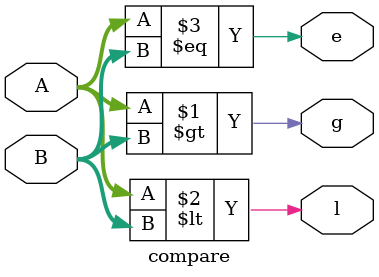
<source format=v>
module compare(g, l, e, A,B);
	input [7:0]A,B;
	output g,l,e;

	assign g = (A > B);
	assign l = (A < B);
	assign e = (A == B);
	
endmodule
</source>
